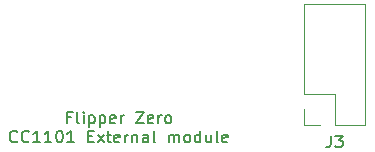
<source format=gbr>
%TF.GenerationSoftware,KiCad,Pcbnew,(6.0.9)*%
%TF.CreationDate,2023-01-24T15:10:40+02:00*%
%TF.ProjectId,cc1101,63633131-3031-42e6-9b69-6361645f7063,rev?*%
%TF.SameCoordinates,Original*%
%TF.FileFunction,Legend,Top*%
%TF.FilePolarity,Positive*%
%FSLAX46Y46*%
G04 Gerber Fmt 4.6, Leading zero omitted, Abs format (unit mm)*
G04 Created by KiCad (PCBNEW (6.0.9)) date 2023-01-24 15:10:40*
%MOMM*%
%LPD*%
G01*
G04 APERTURE LIST*
%ADD10C,0.150000*%
%ADD11C,0.120000*%
G04 APERTURE END LIST*
D10*
X100600380Y-137045571D02*
X100267047Y-137045571D01*
X100267047Y-137569380D02*
X100267047Y-136569380D01*
X100743238Y-136569380D01*
X101267047Y-137569380D02*
X101171809Y-137521761D01*
X101124190Y-137426523D01*
X101124190Y-136569380D01*
X101648000Y-137569380D02*
X101648000Y-136902714D01*
X101648000Y-136569380D02*
X101600380Y-136617000D01*
X101648000Y-136664619D01*
X101695619Y-136617000D01*
X101648000Y-136569380D01*
X101648000Y-136664619D01*
X102124190Y-136902714D02*
X102124190Y-137902714D01*
X102124190Y-136950333D02*
X102219428Y-136902714D01*
X102409904Y-136902714D01*
X102505142Y-136950333D01*
X102552761Y-136997952D01*
X102600380Y-137093190D01*
X102600380Y-137378904D01*
X102552761Y-137474142D01*
X102505142Y-137521761D01*
X102409904Y-137569380D01*
X102219428Y-137569380D01*
X102124190Y-137521761D01*
X103028952Y-136902714D02*
X103028952Y-137902714D01*
X103028952Y-136950333D02*
X103124190Y-136902714D01*
X103314666Y-136902714D01*
X103409904Y-136950333D01*
X103457523Y-136997952D01*
X103505142Y-137093190D01*
X103505142Y-137378904D01*
X103457523Y-137474142D01*
X103409904Y-137521761D01*
X103314666Y-137569380D01*
X103124190Y-137569380D01*
X103028952Y-137521761D01*
X104314666Y-137521761D02*
X104219428Y-137569380D01*
X104028952Y-137569380D01*
X103933714Y-137521761D01*
X103886095Y-137426523D01*
X103886095Y-137045571D01*
X103933714Y-136950333D01*
X104028952Y-136902714D01*
X104219428Y-136902714D01*
X104314666Y-136950333D01*
X104362285Y-137045571D01*
X104362285Y-137140809D01*
X103886095Y-137236047D01*
X104790857Y-137569380D02*
X104790857Y-136902714D01*
X104790857Y-137093190D02*
X104838476Y-136997952D01*
X104886095Y-136950333D01*
X104981333Y-136902714D01*
X105076571Y-136902714D01*
X106076571Y-136569380D02*
X106743238Y-136569380D01*
X106076571Y-137569380D01*
X106743238Y-137569380D01*
X107505142Y-137521761D02*
X107409904Y-137569380D01*
X107219428Y-137569380D01*
X107124190Y-137521761D01*
X107076571Y-137426523D01*
X107076571Y-137045571D01*
X107124190Y-136950333D01*
X107219428Y-136902714D01*
X107409904Y-136902714D01*
X107505142Y-136950333D01*
X107552761Y-137045571D01*
X107552761Y-137140809D01*
X107076571Y-137236047D01*
X107981333Y-137569380D02*
X107981333Y-136902714D01*
X107981333Y-137093190D02*
X108028952Y-136997952D01*
X108076571Y-136950333D01*
X108171809Y-136902714D01*
X108267047Y-136902714D01*
X108743238Y-137569380D02*
X108648000Y-137521761D01*
X108600380Y-137474142D01*
X108552761Y-137378904D01*
X108552761Y-137093190D01*
X108600380Y-136997952D01*
X108648000Y-136950333D01*
X108743238Y-136902714D01*
X108886095Y-136902714D01*
X108981333Y-136950333D01*
X109028952Y-136997952D01*
X109076571Y-137093190D01*
X109076571Y-137378904D01*
X109028952Y-137474142D01*
X108981333Y-137521761D01*
X108886095Y-137569380D01*
X108743238Y-137569380D01*
X96028952Y-139084142D02*
X95981333Y-139131761D01*
X95838476Y-139179380D01*
X95743238Y-139179380D01*
X95600380Y-139131761D01*
X95505142Y-139036523D01*
X95457523Y-138941285D01*
X95409904Y-138750809D01*
X95409904Y-138607952D01*
X95457523Y-138417476D01*
X95505142Y-138322238D01*
X95600380Y-138227000D01*
X95743238Y-138179380D01*
X95838476Y-138179380D01*
X95981333Y-138227000D01*
X96028952Y-138274619D01*
X97028952Y-139084142D02*
X96981333Y-139131761D01*
X96838476Y-139179380D01*
X96743238Y-139179380D01*
X96600380Y-139131761D01*
X96505142Y-139036523D01*
X96457523Y-138941285D01*
X96409904Y-138750809D01*
X96409904Y-138607952D01*
X96457523Y-138417476D01*
X96505142Y-138322238D01*
X96600380Y-138227000D01*
X96743238Y-138179380D01*
X96838476Y-138179380D01*
X96981333Y-138227000D01*
X97028952Y-138274619D01*
X97981333Y-139179380D02*
X97409904Y-139179380D01*
X97695619Y-139179380D02*
X97695619Y-138179380D01*
X97600380Y-138322238D01*
X97505142Y-138417476D01*
X97409904Y-138465095D01*
X98933714Y-139179380D02*
X98362285Y-139179380D01*
X98648000Y-139179380D02*
X98648000Y-138179380D01*
X98552761Y-138322238D01*
X98457523Y-138417476D01*
X98362285Y-138465095D01*
X99552761Y-138179380D02*
X99648000Y-138179380D01*
X99743238Y-138227000D01*
X99790857Y-138274619D01*
X99838476Y-138369857D01*
X99886095Y-138560333D01*
X99886095Y-138798428D01*
X99838476Y-138988904D01*
X99790857Y-139084142D01*
X99743238Y-139131761D01*
X99648000Y-139179380D01*
X99552761Y-139179380D01*
X99457523Y-139131761D01*
X99409904Y-139084142D01*
X99362285Y-138988904D01*
X99314666Y-138798428D01*
X99314666Y-138560333D01*
X99362285Y-138369857D01*
X99409904Y-138274619D01*
X99457523Y-138227000D01*
X99552761Y-138179380D01*
X100838476Y-139179380D02*
X100267047Y-139179380D01*
X100552761Y-139179380D02*
X100552761Y-138179380D01*
X100457523Y-138322238D01*
X100362285Y-138417476D01*
X100267047Y-138465095D01*
X102028952Y-138655571D02*
X102362285Y-138655571D01*
X102505142Y-139179380D02*
X102028952Y-139179380D01*
X102028952Y-138179380D01*
X102505142Y-138179380D01*
X102838476Y-139179380D02*
X103362285Y-138512714D01*
X102838476Y-138512714D02*
X103362285Y-139179380D01*
X103600380Y-138512714D02*
X103981333Y-138512714D01*
X103743238Y-138179380D02*
X103743238Y-139036523D01*
X103790857Y-139131761D01*
X103886095Y-139179380D01*
X103981333Y-139179380D01*
X104695619Y-139131761D02*
X104600380Y-139179380D01*
X104409904Y-139179380D01*
X104314666Y-139131761D01*
X104267047Y-139036523D01*
X104267047Y-138655571D01*
X104314666Y-138560333D01*
X104409904Y-138512714D01*
X104600380Y-138512714D01*
X104695619Y-138560333D01*
X104743238Y-138655571D01*
X104743238Y-138750809D01*
X104267047Y-138846047D01*
X105171809Y-139179380D02*
X105171809Y-138512714D01*
X105171809Y-138703190D02*
X105219428Y-138607952D01*
X105267047Y-138560333D01*
X105362285Y-138512714D01*
X105457523Y-138512714D01*
X105790857Y-138512714D02*
X105790857Y-139179380D01*
X105790857Y-138607952D02*
X105838476Y-138560333D01*
X105933714Y-138512714D01*
X106076571Y-138512714D01*
X106171809Y-138560333D01*
X106219428Y-138655571D01*
X106219428Y-139179380D01*
X107124190Y-139179380D02*
X107124190Y-138655571D01*
X107076571Y-138560333D01*
X106981333Y-138512714D01*
X106790857Y-138512714D01*
X106695619Y-138560333D01*
X107124190Y-139131761D02*
X107028952Y-139179380D01*
X106790857Y-139179380D01*
X106695619Y-139131761D01*
X106648000Y-139036523D01*
X106648000Y-138941285D01*
X106695619Y-138846047D01*
X106790857Y-138798428D01*
X107028952Y-138798428D01*
X107124190Y-138750809D01*
X107743238Y-139179380D02*
X107648000Y-139131761D01*
X107600380Y-139036523D01*
X107600380Y-138179380D01*
X108886095Y-139179380D02*
X108886095Y-138512714D01*
X108886095Y-138607952D02*
X108933714Y-138560333D01*
X109028952Y-138512714D01*
X109171809Y-138512714D01*
X109267047Y-138560333D01*
X109314666Y-138655571D01*
X109314666Y-139179380D01*
X109314666Y-138655571D02*
X109362285Y-138560333D01*
X109457523Y-138512714D01*
X109600380Y-138512714D01*
X109695619Y-138560333D01*
X109743238Y-138655571D01*
X109743238Y-139179380D01*
X110362285Y-139179380D02*
X110267047Y-139131761D01*
X110219428Y-139084142D01*
X110171809Y-138988904D01*
X110171809Y-138703190D01*
X110219428Y-138607952D01*
X110267047Y-138560333D01*
X110362285Y-138512714D01*
X110505142Y-138512714D01*
X110600380Y-138560333D01*
X110648000Y-138607952D01*
X110695619Y-138703190D01*
X110695619Y-138988904D01*
X110648000Y-139084142D01*
X110600380Y-139131761D01*
X110505142Y-139179380D01*
X110362285Y-139179380D01*
X111552761Y-139179380D02*
X111552761Y-138179380D01*
X111552761Y-139131761D02*
X111457523Y-139179380D01*
X111267047Y-139179380D01*
X111171809Y-139131761D01*
X111124190Y-139084142D01*
X111076571Y-138988904D01*
X111076571Y-138703190D01*
X111124190Y-138607952D01*
X111171809Y-138560333D01*
X111267047Y-138512714D01*
X111457523Y-138512714D01*
X111552761Y-138560333D01*
X112457523Y-138512714D02*
X112457523Y-139179380D01*
X112028952Y-138512714D02*
X112028952Y-139036523D01*
X112076571Y-139131761D01*
X112171809Y-139179380D01*
X112314666Y-139179380D01*
X112409904Y-139131761D01*
X112457523Y-139084142D01*
X113076571Y-139179380D02*
X112981333Y-139131761D01*
X112933714Y-139036523D01*
X112933714Y-138179380D01*
X113838476Y-139131761D02*
X113743238Y-139179380D01*
X113552761Y-139179380D01*
X113457523Y-139131761D01*
X113409904Y-139036523D01*
X113409904Y-138655571D01*
X113457523Y-138560333D01*
X113552761Y-138512714D01*
X113743238Y-138512714D01*
X113838476Y-138560333D01*
X113886095Y-138655571D01*
X113886095Y-138750809D01*
X113409904Y-138846047D01*
%TO.C,J3*%
X122582666Y-138610380D02*
X122582666Y-139324666D01*
X122535047Y-139467523D01*
X122439809Y-139562761D01*
X122296952Y-139610380D01*
X122201714Y-139610380D01*
X122963619Y-138610380D02*
X123582666Y-138610380D01*
X123249333Y-138991333D01*
X123392190Y-138991333D01*
X123487428Y-139038952D01*
X123535047Y-139086571D01*
X123582666Y-139181809D01*
X123582666Y-139419904D01*
X123535047Y-139515142D01*
X123487428Y-139562761D01*
X123392190Y-139610380D01*
X123106476Y-139610380D01*
X123011238Y-139562761D01*
X122963619Y-139515142D01*
D11*
X121646000Y-137718000D02*
X120316000Y-137718000D01*
X122916000Y-137718000D02*
X122916000Y-135118000D01*
X125516000Y-127438000D02*
X120316000Y-127438000D01*
X120316000Y-137718000D02*
X120316000Y-136388000D01*
X122916000Y-135118000D02*
X120316000Y-135118000D01*
X125516000Y-137718000D02*
X122916000Y-137718000D01*
X125516000Y-137718000D02*
X125516000Y-127438000D01*
X120316000Y-135118000D02*
X120316000Y-127438000D01*
%TD*%
M02*

</source>
